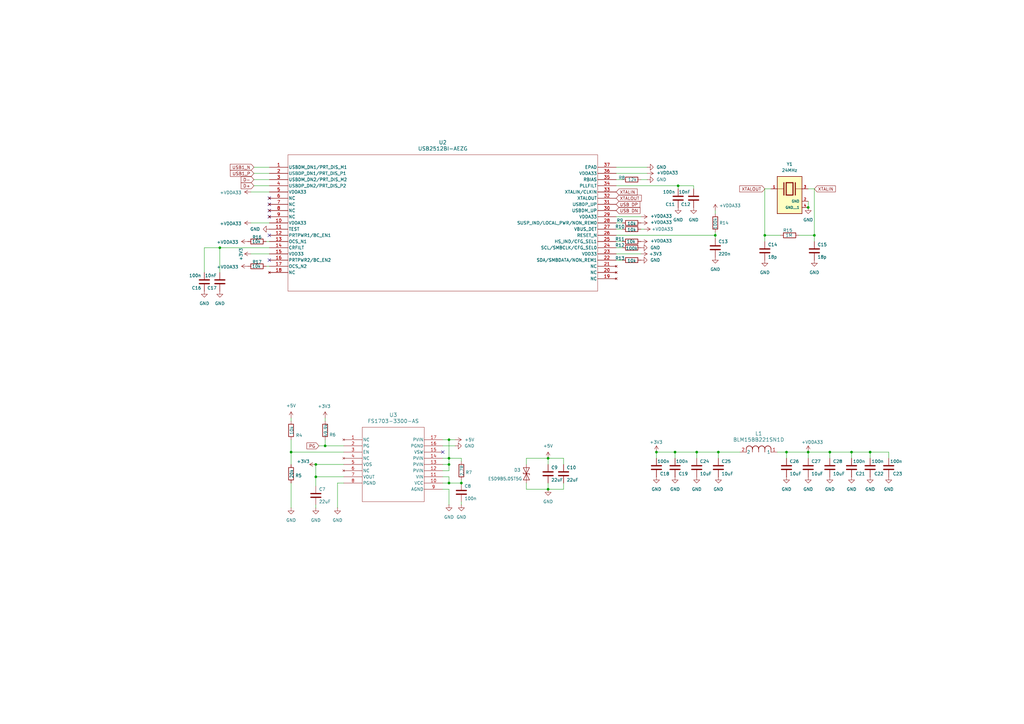
<source format=kicad_sch>
(kicad_sch (version 20231120) (generator "eeschema") (generator_version "8.0")
  (paper "A3")
  (title_block (title "USB_HUB") (date "2024-08-16") (rev "V1.1") (company "USB_HUB"))
  (lib_symbols
    (symbol "+3.3V_4" (power) (pin_names (offset 0))
      (property "Value" "+3.3V" (at 0 3.556 0))
      (symbol "+3.3V_4_0_1"
        (polyline (pts (xy -0.762 1.27) (xy 0 2.54)))
        (polyline (pts (xy 0 0) (xy 0 2.54)))
        (polyline (pts (xy 0 2.54) (xy 0.762 1.27)))
      )
      (symbol "+3.3V_4_1_1"
        (pin power_in line (at 0 0 90) (length 0) hide (name "+3.3V") (number "1"))
      )
    )
    (symbol "BLM15BB221SN1D:BLM15BB221SN1D" (pin_names (offset 0.254))
      (property "Reference" "L" (at 6.985 5.08 0))
      (property "Value" "BLM15BB221SN1D" (at 6.985 -2.54 0))
      (symbol "BLM15BB221SN1D_1_1"
        (polyline (pts (xy 2.54 0) (xy 2.54 1.27)) (stroke (width 0.2032)))
        (polyline (pts (xy 5.08 0) (xy 5.08 1.27)) (stroke (width 0.2032)))
        (polyline (pts (xy 7.62 0) (xy 7.62 1.27)) (stroke (width 0.2032)))
        (polyline (pts (xy 10.16 0) (xy 10.16 1.27)) (stroke (width 0.2032)))
        (polyline (pts (xy 12.7 0) (xy 12.7 1.27)) (stroke (width 0.2032)))
        (arc (start 5.08 1.27) (mid 3.81 2.5344) (end 2.54 1.27) (stroke (width 0.254)))
        (arc (start 7.62 1.27) (mid 6.35 2.5344) (end 5.08 1.27) (stroke (width 0.254)))
        (arc (start 10.16 1.27) (mid 8.89 2.5344) (end 7.62 1.27) (stroke (width 0.254)))
        (arc (start 12.7 1.27) (mid 11.43 2.5344) (end 10.16 1.27) (stroke (width 0.254)))
        (pin unspecified line (at 15.24 0 180) (length 2.54) (name "1") (number "1"))
        (pin unspecified line (at 0 0 0) (length 2.54) (name "2") (number "2"))
      )
      (symbol "BLM15BB221SN1D_1_2"
        (arc (start -1.27 5.08) (mid -2.5344 3.81) (end -1.27 2.54) (stroke (width 0.254)))
        (arc (start -1.27 7.62) (mid -2.5344 6.35) (end -1.27 5.08) (stroke (width 0.254)))
        (arc (start -1.27 10.16) (mid -2.5344 8.89) (end -1.27 7.62) (stroke (width 0.254)))
        (arc (start -1.27 12.7) (mid -2.5344 11.43) (end -1.27 10.16) (stroke (width 0.254)))
        (polyline (pts (xy 0 2.54) (xy -1.27 2.54)) (stroke (width 0.2032)))
        (polyline (pts (xy 0 5.08) (xy -1.27 5.08)) (stroke (width 0.2032)))
        (polyline (pts (xy 0 7.62) (xy -1.27 7.62)) (stroke (width 0.2032)))
        (polyline (pts (xy 0 10.16) (xy -1.27 10.16)) (stroke (width 0.2032)))
        (polyline (pts (xy 0 12.7) (xy -1.27 12.7)) (stroke (width 0.2032)))
        (pin unspecified line (at 0 15.24 270) (length 2.54) (name "1") (number "1"))
        (pin unspecified line (at 0 0 90) (length 2.54) (name "2") (number "2"))
      )
    )
    (symbol "Device:C" (pin_numbers hide) (pin_names (offset 0.254))
      (property "Reference" "C" (at 0.635 2.54 0))
      (property "Value" "C" (at 0.635 -2.54 0))
      (symbol "C_0_1"
        (polyline (pts (xy -2.032 -0.762) (xy 2.032 -0.762)) (stroke (width 0.508)))
        (polyline (pts (xy -2.032 0.762) (xy 2.032 0.762)) (stroke (width 0.508)))
      )
      (symbol "C_1_1"
        (pin passive line (at 0 3.81 270) (length 2.794) (name "~") (number "1"))
        (pin passive line (at 0 -3.81 90) (length 2.794) (name "~") (number "2"))
      )
    )
    (symbol "Device:R" (pin_numbers hide) (pin_names (offset 0))
      (property "Reference" "R" (at 2.032 0 90))
      (property "Value" "R" (at 0 0 90))
      (symbol "R_0_1"
        (rectangle (start -1.016 -2.54) (end 1.016 2.54) (stroke (width 0.254)))
      )
      (symbol "R_1_1"
        (pin passive line (at 0 3.81 270) (length 1.27) (name "~") (number "1"))
        (pin passive line (at 0 -3.81 90) (length 1.27) (name "~") (number "2"))
      )
    )
    (symbol "Diode:ESD9B5.0ST5G" (pin_numbers hide) (pin_names (offset 1.016) hide)
      (property "Reference" "D" (at 0 2.54 0))
      (property "Value" "ESD9B5.0ST5G" (at 0 -2.54 0))
      (symbol "ESD9B5.0ST5G_0_1"
        (polyline (pts (xy 1.27 0) (xy -1.27 0)))
        (polyline (pts (xy -2.54 -1.27) (xy 0 0) (xy -2.54 1.27) (xy -2.54 -1.27)) (stroke (width 0.2032)))
        (polyline (pts (xy 0.508 1.27) (xy 0 1.27) (xy 0 -1.27) (xy -0.508 -1.27)) (stroke (width 0.2032)))
        (polyline (pts (xy 2.54 1.27) (xy 2.54 -1.27) (xy 0 0) (xy 2.54 1.27)) (stroke (width 0.2032)))
      )
      (symbol "ESD9B5.0ST5G_1_1"
        (pin passive line (at -3.81 0 0) (length 2.54) (name "A1") (number "1"))
        (pin passive line (at 3.81 0 180) (length 2.54) (name "A2") (number "2"))
      )
    )
    (symbol "FS1703-3300-AS:FS1703-3300-AS" (pin_names (offset 0.254))
      (property "Reference" "U" (at 20.32 10.16 0))
      (property "Value" "FS1703-3300-AS" (at 20.32 7.62 0))
      (symbol "FS1703-3300-AS_0_1"
        (polyline (pts (xy 7.62 -25.4) (xy 33.02 -25.4)) (stroke (width 0.127)))
        (polyline (pts (xy 7.62 5.08) (xy 7.62 -25.4)) (stroke (width 0.127)))
        (polyline (pts (xy 33.02 -25.4) (xy 33.02 5.08)) (stroke (width 0.127)))
        (polyline (pts (xy 33.02 5.08) (xy 7.62 5.08)) (stroke (width 0.127)))
        (pin no_connect line (at 0 0 0) (length 7.62) (name "NC") (number "1"))
        (pin power_in line (at 40.64 -17.78 180) (length 7.62) (name "VCC") (number "10"))
        (pin power_in line (at 40.64 -15.24 180) (length 7.62) (name "VIN") (number "11"))
        (pin power_in line (at 40.64 -12.7 180) (length 7.62) (name "PVIN") (number "12"))
        (pin power_in line (at 40.64 -10.16 180) (length 7.62) (name "PVIN") (number "13"))
        (pin power_in line (at 40.64 -7.62 180) (length 7.62) (name "PVIN") (number "14"))
        (pin power_in line (at 40.64 -5.08 180) (length 7.62) (name "VSW") (number "15"))
        (pin power_out line (at 40.64 -2.54 180) (length 7.62) (name "PGND") (number "16"))
        (pin power_in line (at 40.64 0 180) (length 7.62) (name "PVIN") (number "17"))
        (pin output line (at 0 -2.54 0) (length 7.62) (name "PG") (number "2"))
        (pin input line (at 0 -5.08 0) (length 7.62) (name "EN") (number "3"))
        (pin no_connect line (at 0 -7.62 0) (length 7.62) (name "NC") (number "4"))
        (pin unspecified line (at 0 -10.16 0) (length 7.62) (name "VOS") (number "5"))
        (pin no_connect line (at 0 -12.7 0) (length 7.62) (name "NC") (number "6"))
        (pin output line (at 0 -15.24 0) (length 7.62) (name "VOUT") (number "7"))
        (pin power_out line (at 0 -17.78 0) (length 7.62) (name "PGND") (number "8"))
        (pin power_out line (at 40.64 -20.32 180) (length 7.62) (name "AGND") (number "9"))
      )
    )
    (symbol "L327S240P11L:TSX-3225_40.0000MF20X-K0" (pin_names (offset 1.016))
      (property "Reference" "Y" (at -5.0878 6.3559 0))
      (property "Value" "TSX-3225_40.0000MF20X-K0" (at -5.0944 -12.7 0))
      (symbol "TSX-3225_40.0000MF20X-K0_0_0"
        (rectangle (start -5.08 -10.16) (end 5.08 5.08) (stroke (width 0.254)) (fill (type background)))
        (polyline (pts (xy -5.08 0) (xy -2.54 0)) (stroke (width 0.1524)))
        (polyline (pts (xy -2.3368 2.54) (xy -2.3368 -2.54)) (stroke (width 0.4064)))
        (polyline (pts (xy -1.397 2.54) (xy -1.397 -2.54)) (stroke (width 0.4064)))
        (polyline (pts (xy -1.397 2.54) (xy 1.397 2.54)) (stroke (width 0.4064)))
        (polyline (pts (xy 1.397 -2.54) (xy -1.397 -2.54)) (stroke (width 0.4064)))
        (polyline (pts (xy 1.397 2.54) (xy 1.397 -2.54)) (stroke (width 0.4064)))
        (polyline (pts (xy 2.3368 2.54) (xy 2.3368 -2.54)) (stroke (width 0.4064)))
        (polyline (pts (xy 2.54 0) (xy 5.08 0)) (stroke (width 0.1524)))
        (pin passive line (at -7.62 0 0) (length 2.54) (name "~") (number "1"))
        (pin power_in line (at 7.62 -5.08 180) (length 2.54) (name "GND") (number "2"))
        (pin passive line (at 7.62 0 180) (length 2.54) (name "~") (number "3"))
        (pin power_in line (at 7.62 -7.62 180) (length 2.54) (name "GND__1") (number "4"))
      )
    )
    (symbol "USB2512BI_AEZG:USB2512BI-AEZG" (pin_names (offset 0.254))
      (property "Reference" "U" (at 71.12 10.16 0))
      (property "Value" "USB2512BI-AEZG" (at 71.12 7.62 0))
      (symbol "USB2512BI-AEZG_0_1"
        (polyline (pts (xy 7.62 -50.8) (xy 134.62 -50.8)) (stroke (width 0.127)))
        (polyline (pts (xy 7.62 5.08) (xy 7.62 -50.8)) (stroke (width 0.127)))
        (polyline (pts (xy 134.62 -50.8) (xy 134.62 5.08)) (stroke (width 0.127)))
        (polyline (pts (xy 134.62 5.08) (xy 7.62 5.08)) (stroke (width 0.127)))
        (pin bidirectional line (at 0 0 0) (length 7.62) (name "USBDM_DN1/PRT_DIS_M1") (number "1"))
        (pin power_in line (at 0 -22.86 0) (length 7.62) (name "VDDA33") (number "10"))
        (pin bidirectional line (at 0 -25.4 0) (length 7.62) (name "TEST") (number "11"))
        (pin bidirectional line (at 0 -27.94 0) (length 7.62) (name "PRTPWR1/BC_EN1") (number "12"))
        (pin bidirectional line (at 0 -30.48 0) (length 7.62) (name "OCS_N1") (number "13"))
        (pin bidirectional line (at 0 -33.02 0) (length 7.62) (name "CRFILT") (number "14"))
        (pin power_in line (at 0 -35.56 0) (length 7.62) (name "VDD33") (number "15"))
        (pin bidirectional line (at 0 -38.1 0) (length 7.62) (name "PRTPWR2/BC_EN2") (number "16"))
        (pin bidirectional line (at 0 -40.64 0) (length 7.62) (name "OCS_N2") (number "17"))
        (pin no_connect line (at 0 -43.18 0) (length 7.62) (name "NC") (number "18"))
        (pin no_connect line (at 142.24 -45.72 180) (length 7.62) (name "NC") (number "19"))
        (pin bidirectional line (at 0 -2.54 0) (length 7.62) (name "USBDP_DN1/PRT_DIS_P1") (number "2"))
        (pin no_connect line (at 142.24 -43.18 180) (length 7.62) (name "NC") (number "20"))
        (pin no_connect line (at 142.24 -40.64 180) (length 7.62) (name "NC") (number "21"))
        (pin bidirectional line (at 142.24 -38.1 180) (length 7.62) (name "SDA/SMBDATA/NON_REM1") (number "22"))
        (pin power_in line (at 142.24 -35.56 180) (length 7.62) (name "VDD33") (number "23"))
        (pin bidirectional line (at 142.24 -33.02 180) (length 7.62) (name "SCL/SMBCLK/CFG_SEL0") (number "24"))
        (pin bidirectional line (at 142.24 -30.48 180) (length 7.62) (name "HS_IND/CFG_SEL1") (number "25"))
        (pin bidirectional line (at 142.24 -27.94 180) (length 7.62) (name "RESET_N") (number "26"))
        (pin bidirectional line (at 142.24 -25.4 180) (length 7.62) (name "VBUS_DET") (number "27"))
        (pin bidirectional line (at 142.24 -22.86 180) (length 7.62) (name "SUSP_IND/LOCAL_PWR/NON_REM0") (number "28"))
        (pin power_in line (at 142.24 -20.32 180) (length 7.62) (name "VDDA33") (number "29"))
        (pin bidirectional line (at 0 -5.08 0) (length 7.62) (name "USBDM_DN2/PRT_DIS_M2") (number "3"))
        (pin bidirectional line (at 142.24 -17.78 180) (length 7.62) (name "USBDM_UP") (number "30"))
        (pin bidirectional line (at 142.24 -15.24 180) (length 7.62) (name "USBDP_UP") (number "31"))
        (pin output line (at 142.24 -12.7 180) (length 7.62) (name "XTALOUT") (number "32"))
        (pin input line (at 142.24 -10.16 180) (length 7.62) (name "XTALIN/CLKIN") (number "33"))
        (pin bidirectional line (at 142.24 -7.62 180) (length 7.62) (name "PLLFILT") (number "34"))
        (pin bidirectional line (at 142.24 -5.08 180) (length 7.62) (name "RBIAS") (number "35"))
        (pin power_in line (at 142.24 -2.54 180) (length 7.62) (name "VDDA33") (number "36"))
        (pin unspecified line (at 142.24 0 180) (length 7.62) (name "EPAD") (number "37"))
        (pin bidirectional line (at 0 -7.62 0) (length 7.62) (name "USBDP_DN2/PRT_DIS_P2") (number "4"))
        (pin power_in line (at 0 -10.16 0) (length 7.62) (name "VDDA33") (number "5"))
        (pin no_connect line (at 0 -12.7 0) (length 7.62) (name "NC") (number "6"))
        (pin no_connect line (at 0 -15.24 0) (length 7.62) (name "NC") (number "7"))
        (pin no_connect line (at 0 -17.78 0) (length 7.62) (name "NC") (number "8"))
        (pin no_connect line (at 0 -20.32 0) (length 7.62) (name "NC") (number "9"))
      )
    )
    (symbol "power:GND" (power) (pin_numbers hide) (pin_names (offset 0) hide)
      (property "Value" "GND" (at 0 -3.81 0))
      (symbol "GND_0_1"
        (polyline (pts (xy 0 0) (xy 0 -1.27) (xy 1.27 -1.27) (xy 0 -2.54) (xy -1.27 -1.27) (xy 0 -1.27)))
      )
      (symbol "GND_1_1"
        (pin power_in line (at 0 0 270) (length 0) (name "~") (number "1"))
      )
    )
  )
  (junction (at 313.69 96.52))
  (junction (at 293.37 96.52))
  (junction (at 285.75 185.42))
  (junction (at 331.47 85.09))
  (junction (at 184.15 187.96))
  (junction (at 90.17 101.6))
  (junction (at 129.54 190.5))
  (junction (at 322.58 185.42))
  (junction (at 119.38 185.42))
  (junction (at 133.35 182.88))
  (junction (at 356.87 185.42))
  (junction (at 331.47 185.42))
  (junction (at 189.23 198.12))
  (junction (at 184.15 198.12))
  (junction (at 184.15 190.5))
  (junction (at 224.79 187.96))
  (junction (at 184.15 180.34))
  (junction (at 334.01 96.52))
  (junction (at 129.54 195.58))
  (junction (at 278.13 76.2))
  (junction (at 340.36 185.42))
  (junction (at 224.79 200.66))
  (junction (at 294.64 185.42))
  (junction (at 276.86 185.42))
  (junction (at 349.25 185.42))
  (junction (at 269.24 185.42))
  (no_connect (at 181.61 185.42))
  (no_connect (at 110.49 96.52))
  (no_connect (at 110.49 88.9))
  (no_connect (at 110.49 86.36))
  (no_connect (at 110.49 81.28))
  (no_connect (at 110.49 106.68))
  (no_connect (at 110.49 83.82))
  (wire (pts (xy 184.15 187.96) (xy 184.15 180.34)))
  (wire (pts (xy 90.17 111.76) (xy 90.17 101.6)))
  (wire (pts (xy 104.14 71.12) (xy 110.49 71.12)))
  (wire (pts (xy 334.01 96.52) (xy 334.01 99.06)))
  (wire (pts (xy 189.23 205.74) (xy 189.23 207.01)))
  (wire (pts (xy 284.48 77.47) (xy 284.48 76.2)))
  (wire (pts (xy 104.14 68.58) (xy 110.49 68.58)))
  (wire (pts (xy 334.01 77.47) (xy 331.47 77.47)))
  (wire (pts (xy 327.66 96.52) (xy 334.01 96.52)))
  (wire (pts (xy 331.47 187.96) (xy 331.47 185.42)))
  (wire (pts (xy 129.54 199.39) (xy 129.54 195.58)))
  (wire (pts (xy 184.15 190.5) (xy 184.15 187.96)))
  (wire (pts (xy 181.61 193.04) (xy 184.15 193.04)))
  (wire (pts (xy 293.37 95.25) (xy 293.37 96.52)))
  (wire (pts (xy 119.38 185.42) (xy 119.38 190.5)))
  (wire (pts (xy 252.73 71.12) (xy 265.43 71.12)))
  (wire (pts (xy 119.38 198.12) (xy 119.38 208.28)))
  (wire (pts (xy 133.35 171.45) (xy 133.35 172.72)))
  (wire (pts (xy 129.54 195.58) (xy 140.97 195.58)))
  (wire (pts (xy 364.49 187.96) (xy 364.49 185.42)))
  (wire (pts (xy 181.61 182.88) (xy 186.69 182.88)))
  (wire (pts (xy 252.73 91.44) (xy 255.27 91.44)))
  (wire (pts (xy 189.23 196.85) (xy 189.23 198.12)))
  (wire (pts (xy 252.73 106.68) (xy 255.27 106.68)))
  (wire (pts (xy 184.15 198.12) (xy 181.61 198.12)))
  (wire (pts (xy 322.58 187.96) (xy 322.58 185.42)))
  (wire (pts (xy 104.14 73.66) (xy 110.49 73.66)))
  (wire (pts (xy 83.82 111.76) (xy 83.82 101.6)))
  (wire (pts (xy 184.15 200.66) (xy 184.15 207.01)))
  (wire (pts (xy 278.13 77.47) (xy 278.13 76.2)))
  (wire (pts (xy 215.9 187.96) (xy 224.79 187.96)))
  (wire (pts (xy 265.43 68.58) (xy 252.73 68.58)))
  (wire (pts (xy 285.75 185.42) (xy 294.64 185.42)))
  (wire (pts (xy 215.9 190.5) (xy 215.9 187.96)))
  (wire (pts (xy 181.61 187.96) (xy 184.15 187.96)))
  (wire (pts (xy 231.14 187.96) (xy 231.14 190.5)))
  (wire (pts (xy 318.77 185.42) (xy 322.58 185.42)))
  (wire (pts (xy 224.79 187.96) (xy 224.79 190.5)))
  (wire (pts (xy 224.79 198.12) (xy 224.79 200.66)))
  (wire (pts (xy 184.15 180.34) (xy 186.69 180.34)))
  (wire (pts (xy 231.14 200.66) (xy 231.14 198.12)))
  (wire (pts (xy 119.38 171.45) (xy 119.38 172.72)))
  (wire (pts (xy 276.86 185.42) (xy 276.86 187.96)))
  (wire (pts (xy 109.22 109.22) (xy 110.49 109.22)))
  (wire (pts (xy 349.25 185.42) (xy 356.87 185.42)))
  (wire (pts (xy 285.75 187.96) (xy 285.75 185.42)))
  (wire (pts (xy 340.36 187.96) (xy 340.36 185.42)))
  (wire (pts (xy 215.9 200.66) (xy 224.79 200.66)))
  (wire (pts (xy 252.73 101.6) (xy 255.27 101.6)))
  (wire (pts (xy 83.82 101.6) (xy 90.17 101.6)))
  (wire (pts (xy 102.87 91.44) (xy 110.49 91.44)))
  (wire (pts (xy 102.87 104.14) (xy 110.49 104.14)))
  (wire (pts (xy 294.64 187.96) (xy 294.64 185.42)))
  (wire (pts (xy 294.64 185.42) (xy 303.53 185.42)))
  (wire (pts (xy 189.23 198.12) (xy 184.15 198.12)))
  (wire (pts (xy 129.54 208.28) (xy 129.54 207.01)))
  (wire (pts (xy 181.61 200.66) (xy 184.15 200.66)))
  (wire (pts (xy 322.58 185.42) (xy 331.47 185.42)))
  (wire (pts (xy 356.87 185.42) (xy 356.87 187.96)))
  (wire (pts (xy 140.97 198.12) (xy 138.43 198.12)))
  (wire (pts (xy 181.61 195.58) (xy 184.15 195.58)))
  (wire (pts (xy 313.69 96.52) (xy 320.04 96.52)))
  (wire (pts (xy 293.37 86.36) (xy 293.37 87.63)))
  (wire (pts (xy 313.69 96.52) (xy 313.69 99.06)))
  (wire (pts (xy 278.13 76.2) (xy 252.73 76.2)))
  (wire (pts (xy 278.13 76.2) (xy 284.48 76.2)))
  (wire (pts (xy 90.17 101.6) (xy 110.49 101.6)))
  (wire (pts (xy 138.43 198.12) (xy 138.43 208.28)))
  (wire (pts (xy 252.73 96.52) (xy 293.37 96.52)))
  (wire (pts (xy 252.73 88.9) (xy 262.89 88.9)))
  (wire (pts (xy 102.87 78.74) (xy 110.49 78.74)))
  (wire (pts (xy 252.73 73.66) (xy 255.27 73.66)))
  (wire (pts (xy 133.35 182.88) (xy 140.97 182.88)))
  (wire (pts (xy 269.24 185.42) (xy 276.86 185.42)))
  (wire (pts (xy 224.79 187.96) (xy 231.14 187.96)))
  (wire (pts (xy 109.22 99.06) (xy 110.49 99.06)))
  (wire (pts (xy 340.36 185.42) (xy 349.25 185.42)))
  (wire (pts (xy 184.15 193.04) (xy 184.15 190.5)))
  (wire (pts (xy 189.23 189.23) (xy 189.23 187.96)))
  (wire (pts (xy 331.47 82.55) (xy 331.47 85.09)))
  (wire (pts (xy 224.79 200.66) (xy 231.14 200.66)))
  (wire (pts (xy 215.9 198.12) (xy 215.9 200.66)))
  (wire (pts (xy 252.73 99.06) (xy 255.27 99.06)))
  (wire (pts (xy 129.54 190.5) (xy 129.54 195.58)))
  (wire (pts (xy 313.69 77.47) (xy 313.69 96.52)))
  (wire (pts (xy 104.14 76.2) (xy 110.49 76.2)))
  (wire (pts (xy 181.61 180.34) (xy 184.15 180.34)))
  (wire (pts (xy 276.86 185.42) (xy 285.75 185.42)))
  (wire (pts (xy 133.35 180.34) (xy 133.35 182.88)))
  (wire (pts (xy 252.73 104.14) (xy 262.89 104.14)))
  (wire (pts (xy 189.23 187.96) (xy 184.15 187.96)))
  (wire (pts (xy 119.38 185.42) (xy 140.97 185.42)))
  (wire (pts (xy 349.25 185.42) (xy 349.25 187.96)))
  (wire (pts (xy 130.81 182.88) (xy 133.35 182.88)))
  (wire (pts (xy 181.61 190.5) (xy 184.15 190.5)))
  (wire (pts (xy 269.24 185.42) (xy 269.24 187.96)))
  (wire (pts (xy 356.87 185.42) (xy 364.49 185.42)))
  (wire (pts (xy 293.37 96.52) (xy 293.37 97.79)))
  (wire (pts (xy 331.47 185.42) (xy 340.36 185.42)))
  (wire (pts (xy 119.38 180.34) (xy 119.38 185.42)))
  (wire (pts (xy 334.01 77.47) (xy 334.01 96.52)))
  (wire (pts (xy 262.89 73.66) (xy 265.43 73.66)))
  (wire (pts (xy 262.89 93.98) (xy 264.16 93.98)))
  (wire (pts (xy 252.73 93.98) (xy 255.27 93.98)))
  (wire (pts (xy 140.97 190.5) (xy 129.54 190.5)))
  (wire (pts (xy 313.69 77.47) (xy 316.23 77.47)))
  (wire (pts (xy 184.15 195.58) (xy 184.15 198.12)))
  (global_label "XTALOUT" (shape input) (at 252.73 81.28 0) (property "Intersheetrefs" "${INTERSHEET_REFS}" (effects (hide yes))))
  (global_label "PG" (shape input) (at 130.81 182.88 180) (property "Intersheetrefs" "${INTERSHEET_REFS}" (effects (hide yes))))
  (global_label "D+" (shape input) (at 104.14 76.2 180) (property "Intersheetrefs" "${INTERSHEET_REFS}" (effects (hide yes))))
  (global_label "USB DN" (shape input) (at 252.73 86.36 0) (property "Intersheetrefs" "${INTERSHEET_REFS}" (effects (hide yes))))
  (global_label "XTALIN" (shape input) (at 334.01 77.47 0) (property "Intersheetrefs" "${INTERSHEET_REFS}" (effects (hide yes))))
  (global_label "USB1_P" (shape input) (at 104.14 71.12 180) (property "Intersheetrefs" "${INTERSHEET_REFS}" (effects (hide yes))))
  (global_label "USB DP" (shape input) (at 252.73 83.82 0) (property "Intersheetrefs" "${INTERSHEET_REFS}" (effects (hide yes))))
  (global_label "USB1_N" (shape input) (at 104.14 68.58 180) (property "Intersheetrefs" "${INTERSHEET_REFS}" (effects (hide yes))))
  (global_label "XTALIN" (shape input) (at 252.73 78.74 0) (property "Intersheetrefs" "${INTERSHEET_REFS}" (effects (hide yes))))
  (global_label "D-" (shape input) (at 104.14 73.66 180) (property "Intersheetrefs" "${INTERSHEET_REFS}" (effects (hide yes))))
  (global_label "XTALOUT" (shape input) (at 313.69 77.47 180) (property "Intersheetrefs" "${INTERSHEET_REFS}" (effects (hide yes))))
  (symbol (lib_id "Device:R") (at 323.85 96.52 270) (unit 1)
    (property "Reference" "R15" (at 323.088 94.488 90))
    (property "Value" "1M" (at 323.596 96.52 90))
    (property "Footprint" "Resistor_SMD:R_0201_0603Metric" (effects (hide yes)))
    (property "Description" "Resistor" (effects (hide yes)))
    (property "Part" "RC0201FR-071ML" (effects (hide yes)))
  )
  (symbol (lib_id "power:GND") (at 269.24 195.58 0) (unit 1)
    (property "Reference" "#PWR065" (effects (hide yes)))
    (property "Value" "GND" (at 269.24 200.66 0))
    (property "Description" "Power symbol creates a global label with name \"GND\" , ground" (effects (hide yes)))
  )
  (symbol (lib_id "Device:R") (at 133.35 176.53 0) (unit 1)
    (property "Reference" "R6" (at 136.398 178.308 0))
    (property "Value" "49.9k" (at 133.604 176.53 90))
    (property "Footprint" "Resistor_SMD:R_0201_0603Metric" (effects (hide yes)))
    (property "Description" "Resistor" (effects (hide yes)))
    (property "Part" "RC0201FR-0749K9L" (effects (hide yes)))
  )
  (symbol (lib_id "Device:C") (at 313.69 102.87 0) (unit 1)
    (property "Reference" "C14" (at 314.96 100.33 0) (effects (justify left)))
    (property "Value" "18p" (at 314.96 105.41 0) (effects (justify left)))
    (property "Footprint" "Capacitor_SMD:C_0201_0603Metric" (effects (hide yes)))
    (property "Description" "Capacitor" (effects (hide yes)))
    (property "Part" "GRM0335C1E180JA01J" (effects (hide yes)))
  )
  (symbol (lib_id "power:GND") (at 129.54 208.28 0) (unit 1)
    (property "Reference" "#PWR032" (effects (hide yes)))
    (property "Value" "GND" (at 129.54 213.36 0))
    (property "Description" "Power symbol creates a global label with name \"GND\" , ground" (effects (hide yes)))
  )
  (symbol (lib_id "Device:C") (at 285.75 191.77 0) (unit 1)
    (property "Reference" "C24" (at 287.02 189.23 0) (effects (justify left)))
    (property "Value" "10uF" (at 287.02 194.31 0) (effects (justify left)))
    (property "Footprint" "Capacitor_SMD:C_0402_1005Metric" (effects (hide yes)))
    (property "Description" "Capacitor" (effects (hide yes)))
    (property "Part" "CL05A106MP5NUNC" (effects (hide yes)))
  )
  (symbol (lib_id "power:GND") (at 294.64 195.58 0) (unit 1)
    (property "Reference" "#PWR074" (effects (hide yes)))
    (property "Value" "GND" (at 294.64 200.66 0))
    (property "Description" "Power symbol creates a global label with name \"GND\" , ground" (effects (hide yes)))
  )
  (symbol (lib_id "Device:R") (at 259.08 106.68 270) (unit 1)
    (property "Reference" "R13" (at 254.254 105.918 90))
    (property "Value" "10k" (at 259.08 106.934 90))
    (property "Footprint" "Resistor_SMD:R_0201_0603Metric" (effects (hide yes)))
    (property "Description" "Resistor" (effects (hide yes)))
    (property "Part" "RC0201JR-0710KL" (effects (hide yes)))
  )
  (symbol (lib_id "FS1703-3300-AS:FS1703-3300-AS") (at 140.97 180.34 0) (unit 1)
    (property "Reference" "U3" (at 161.29 170.18 0) (effects (font (size 1.524 1.524))))
    (property "Value" "FS1703-3300-AS" (at 161.29 172.72 0) (effects (font (size 1.524 1.524))))
    (property "Footprint" "FS1703-3300-AS:P11F1_TDK" (effects (hide yes)))
    (property "Datasheet" "FS1703-3300-AS" (effects (hide yes)))
  )
  (symbol (lib_id "power:GND") (at 356.87 195.58 0) (unit 1)
    (property "Reference" "#PWR069" (effects (hide yes)))
    (property "Value" "GND" (at 356.87 200.66 0))
    (property "Description" "Power symbol creates a global label with name \"GND\" , ground" (effects (hide yes)))
  )
  (symbol (lib_id "Device:C") (at 322.58 191.77 0) (unit 1)
    (property "Reference" "C26" (at 323.85 189.23 0) (effects (justify left)))
    (property "Value" "10uF" (at 323.85 194.31 0) (effects (justify left)))
    (property "Footprint" "Capacitor_SMD:C_0402_1005Metric" (effects (hide yes)))
    (property "Description" "Capacitor" (effects (hide yes)))
    (property "Part" "CL05A106MP5NUNC" (effects (hide yes)))
  )
  (symbol (lib_id "Device:C") (at 364.49 191.77 180) (unit 1)
    (property "Reference" "C23" (at 370.078 194.31 0) (effects (justify left)))
    (property "Value" "100n" (at 370.078 189.23 0) (effects (justify left)))
    (property "Footprint" "Capacitor_SMD:C_0201_0603Metric" (effects (hide yes)))
    (property "Description" "Capacitor" (effects (hide yes)))
    (property "Part" "C0201X5R104K160NT" (effects (hide yes)))
  )
  (symbol (lib_name "+3.3V_4") (lib_id "power:+3.3V") (at 119.38 171.45 0) (unit 1)
    (property "Reference" "#PWR030" (effects (hide yes)))
    (property "Value" "+5V" (at 119.38 166.37 0))
  )
  (symbol (lib_id "power:GND") (at 349.25 195.58 0) (unit 1)
    (property "Reference" "#PWR068" (effects (hide yes)))
    (property "Value" "GND" (at 349.25 200.66 0))
    (property "Description" "Power symbol creates a global label with name \"GND\" , ground" (effects (hide yes)))
  )
  (symbol (lib_id "power:GND") (at 224.79 200.66 0) (unit 1)
    (property "Reference" "#PWR042" (effects (hide yes)))
    (property "Value" "GND" (at 224.79 205.74 0))
    (property "Description" "Power symbol creates a global label with name \"GND\" , ground" (effects (hide yes)))
  )
  (symbol (lib_name "+3.3V_4") (lib_id "power:+3.3V") (at 224.79 187.96 0) (unit 1)
    (property "Reference" "#PWR041" (effects (hide yes)))
    (property "Value" "+5V" (at 224.79 182.88 0))
  )
  (symbol (lib_id "power:GND") (at 189.23 207.01 0) (unit 1)
    (property "Reference" "#PWR038" (effects (hide yes)))
    (property "Value" "GND" (at 189.23 212.09 0))
    (property "Description" "Power symbol creates a global label with name \"GND\" , ground" (effects (hide yes)))
  )
  (symbol (lib_id "Device:C") (at 231.14 194.31 0) (unit 1)
    (property "Reference" "C10" (at 232.41 191.77 0) (effects (justify left)))
    (property "Value" "22uF" (at 232.41 196.85 0) (effects (justify left)))
    (property "Footprint" "Capacitor_SMD:C_0402_1005Metric" (effects (hide yes)))
    (property "Description" "Capacitor" (effects (hide yes)))
    (property "Part" "GRM155R61A225KE95D" (effects (hide yes)))
  )
  (symbol (lib_id "power:GND") (at 262.89 101.6 90) (unit 1)
    (property "Reference" "#PWR046" (effects (hide yes)))
    (property "Value" "GND" (at 266.7 101.5999 90) (effects (justify right)))
    (property "Description" "Power symbol creates a global label with name \"GND\" , ground" (effects (hide yes)))
  )
  (symbol (lib_id "power:GND") (at 322.58 195.58 0) (unit 1)
    (property "Reference" "#PWR075" (effects (hide yes)))
    (property "Value" "GND" (at 322.58 200.66 0))
    (property "Description" "Power symbol creates a global label with name \"GND\" , ground" (effects (hide yes)))
  )
  (symbol (lib_id "Device:R") (at 259.08 93.98 270) (unit 1)
    (property "Reference" "R10" (at 254.254 92.964 90))
    (property "Value" "10k" (at 259.08 94.234 90))
    (property "Footprint" "Resistor_SMD:R_0201_0603Metric" (effects (hide yes)))
    (property "Description" "Resistor" (effects (hide yes)))
    (property "Part" "RC0201JR-0710KL" (effects (hide yes)))
  )
  (symbol (lib_id "Device:R") (at 259.08 101.6 270) (unit 1)
    (property "Reference" "R12" (at 254.254 100.584 90))
    (property "Value" "100k" (at 259.08 101.854 90))
    (property "Footprint" "Resistor_SMD:R_0201_0603Metric" (effects (hide yes)))
    (property "Description" "Resistor" (effects (hide yes)))
    (property "Part" "RTT011003FTH" (effects (hide yes)))
  )
  (symbol (lib_id "Device:C") (at 331.47 191.77 0) (unit 1)
    (property "Reference" "C27" (at 332.74 189.23 0) (effects (justify left)))
    (property "Value" "10uF" (at 332.74 194.31 0) (effects (justify left)))
    (property "Footprint" "Capacitor_SMD:C_0402_1005Metric" (effects (hide yes)))
    (property "Description" "Capacitor" (effects (hide yes)))
    (property "Part" "CL05A106MP5NUNC" (effects (hide yes)))
  )
  (symbol (lib_id "power:GND") (at 331.47 85.09 0) (unit 1)
    (property "Reference" "#PWR058" (effects (hide yes)))
    (property "Value" "GND" (at 331.47 90.17 0))
    (property "Description" "Power symbol creates a global label with name \"GND\" , ground" (effects (hide yes)))
  )
  (symbol (lib_id "Device:C") (at 349.25 191.77 180) (unit 1)
    (property "Reference" "C21" (at 354.838 194.31 0) (effects (justify left)))
    (property "Value" "100n" (at 354.838 189.23 0) (effects (justify left)))
    (property "Footprint" "Capacitor_SMD:C_0201_0603Metric" (effects (hide yes)))
    (property "Description" "Capacitor" (effects (hide yes)))
    (property "Part" "C0201X5R104K160NT" (effects (hide yes)))
  )
  (symbol (lib_id "Device:C") (at 269.24 191.77 180) (unit 1)
    (property "Reference" "C18" (at 274.574 194.31 0) (effects (justify left)))
    (property "Value" "100n" (at 274.574 189.23 0) (effects (justify left)))
    (property "Footprint" "Capacitor_SMD:C_0201_0603Metric" (effects (hide yes)))
    (property "Description" "Capacitor" (effects (hide yes)))
    (property "Part" "C0201X5R104K160NT" (effects (hide yes)))
  )
  (symbol (lib_id "Device:C") (at 276.86 191.77 180) (unit 1)
    (property "Reference" "C19" (at 282.194 194.31 0) (effects (justify left)))
    (property "Value" "100n" (at 282.194 189.23 0) (effects (justify left)))
    (property "Footprint" "Capacitor_SMD:C_0201_0603Metric" (effects (hide yes)))
    (property "Description" "Capacitor" (effects (hide yes)))
    (property "Part" "C0201X5R104K160NT" (effects (hide yes)))
  )
  (symbol (lib_id "power:GND") (at 340.36 195.58 0) (unit 1)
    (property "Reference" "#PWR077" (effects (hide yes)))
    (property "Value" "GND" (at 340.36 200.66 0))
    (property "Description" "Power symbol creates a global label with name \"GND\" , ground" (effects (hide yes)))
  )
  (symbol (lib_id "L327S240P11L:TSX-3225_40.0000MF20X-K0") (at 323.85 77.47 0) (unit 1)
    (property "Reference" "Y1" (at 323.85 67.31 0))
    (property "Value" "24MHz" (at 323.85 69.85 0))
    (property "Footprint" "L327S240P11L:XTAL_TSX-3225_40.0000MF20X-K0" (effects (hide yes)))
    (property "part num" "L327S240P11L" (effects (hide yes)))
    (property "STANDARD" "Manufacturer Recommendations" (effects (hide yes)))
    (property "MAXIMUM_PACKAGE_HEIGHT" "0.6 mm" (effects (hide yes)))
    (property "MANUFACTURER" "EPSON" (effects (hide yes)))
    (property "PARTREV" "N/A" (effects (hide yes)))
  )
  (symbol (lib_name "+3.3V_4") (lib_id "power:+3.3V") (at 101.6 109.22 90) (unit 1)
    (property "Reference" "#PWR062" (effects (hide yes)))
    (property "Value" "+VDDA33" (at 97.79 109.474 90) (effects (justify left)))
  )
  (symbol (lib_id "Device:C") (at 90.17 115.57 180) (unit 1)
    (property "Reference" "C17" (at 88.9 118.11 0) (effects (justify left)))
    (property "Value" "10nF" (at 88.9 113.03 0) (effects (justify left)))
    (property "Footprint" "Capacitor_SMD:C_0201_0603Metric" (effects (hide yes)))
    (property "Description" "16V 1uF X5R ±20% 0201  Multilayer Ceramic Capacitors MLCC - SMD/SMT ROHS" (effects (hide yes)))
    (property "Part" "GRM033R71A103KA01D" (effects (hide yes)))
  )
  (symbol (lib_id "Device:C") (at 356.87 191.77 180) (unit 1)
    (property "Reference" "C22" (at 362.458 194.31 0) (effects (justify left)))
    (property "Value" "100n" (at 362.458 189.23 0) (effects (justify left)))
    (property "Footprint" "Capacitor_SMD:C_0201_0603Metric" (effects (hide yes)))
    (property "Description" "Capacitor" (effects (hide yes)))
    (property "Part" "C0201X5R104K160NT" (effects (hide yes)))
  )
  (symbol (lib_name "+3.3V_4") (lib_id "power:+3.3V") (at 186.69 180.34 270) (unit 1)
    (property "Reference" "#PWR036" (effects (hide yes)))
    (property "Value" "+5V" (at 190.5 180.3399 90) (effects (justify left)))
  )
  (symbol (lib_id "Device:R") (at 293.37 91.44 0) (unit 1)
    (property "Reference" "R14" (at 296.926 91.44 0))
    (property "Value" "100k" (at 293.37 91.694 90))
    (property "Footprint" "Resistor_SMD:R_0201_0603Metric" (effects (hide yes)))
    (property "Description" "Resistor" (effects (hide yes)))
    (property "Part" "RTT011003FTH" (effects (hide yes)))
  )
  (symbol (lib_id "power:GND") (at 276.86 195.58 0) (unit 1)
    (property "Reference" "#PWR066" (effects (hide yes)))
    (property "Value" "GND" (at 276.86 200.66 0))
    (property "Description" "Power symbol creates a global label with name \"GND\" , ground" (effects (hide yes)))
  )
  (symbol (lib_name "+3.3V_4") (lib_id "power:+3.3V") (at 133.35 171.45 0) (unit 1)
    (property "Reference" "#PWR033" (effects (hide yes)))
    (property "Value" "+3V3" (at 130.302 166.624 0) (effects (justify left)))
  )
  (symbol (lib_id "USB2512BI_AEZG:USB2512BI-AEZG") (at 110.49 68.58 0) (unit 1)
    (property "Reference" "U2" (at 181.61 58.42 0) (effects (font (size 1.524 1.524))))
    (property "Value" "USB2512BI-AEZG" (at 181.61 60.96 0) (effects (font (size 1.524 1.524))))
    (property "Footprint" "QFN36_6X6MC_MCH" (effects (hide yes)))
    (property "Datasheet" "USB2512BI-AEZG" (effects (hide yes)))
  )
  (symbol (lib_name "+3.3V_4") (lib_id "power:+3.3V") (at 262.89 88.9 270) (unit 1)
    (property "Reference" "#PWR043" (effects (hide yes)))
    (property "Value" "+VDDA33" (at 266.7 88.646 90) (effects (justify left)))
  )
  (symbol (lib_id "Device:C") (at 340.36 191.77 0) (unit 1)
    (property "Reference" "C28" (at 341.63 189.23 0) (effects (justify left)))
    (property "Value" "10uF" (at 341.63 194.31 0) (effects (justify left)))
    (property "Footprint" "Capacitor_SMD:C_0402_1005Metric" (effects (hide yes)))
    (property "Description" "Capacitor" (effects (hide yes)))
    (property "Part" "CL05A106MP5NUNC" (effects (hide yes)))
  )
  (symbol (lib_name "+3.3V_4") (lib_id "power:+3.3V") (at 102.87 91.44 90) (unit 1)
    (property "Reference" "#PWR028" (effects (hide yes)))
    (property "Value" "+VDDA33" (at 99.06 91.694 90) (effects (justify left)))
  )
  (symbol (lib_id "power:GND") (at 285.75 195.58 0) (unit 1)
    (property "Reference" "#PWR073" (effects (hide yes)))
    (property "Value" "GND" (at 285.75 200.66 0))
    (property "Description" "Power symbol creates a global label with name \"GND\" , ground" (effects (hide yes)))
  )
  (symbol (lib_id "power:GND") (at 293.37 105.41 0) (unit 1)
    (property "Reference" "#PWR056" (effects (hide yes)))
    (property "Value" "GND" (at 293.37 110.49 0))
    (property "Description" "Power symbol creates a global label with name \"GND\" , ground" (effects (hide yes)))
  )
  (symbol (lib_id "power:GND") (at 83.82 119.38 0) (unit 1)
    (property "Reference" "#PWR063" (effects (hide yes)))
    (property "Value" "GND" (at 83.82 124.46 0))
    (property "Description" "Power symbol creates a global label with name \"GND\" , ground" (effects (hide yes)))
  )
  (symbol (lib_id "Device:C") (at 224.79 194.31 0) (unit 1)
    (property "Reference" "C9" (at 226.06 191.77 0) (effects (justify left)))
    (property "Value" "22uF" (at 226.06 196.85 0) (effects (justify left)))
    (property "Footprint" "Capacitor_SMD:C_0402_1005Metric" (effects (hide yes)))
    (property "Description" "Capacitor" (effects (hide yes)))
    (property "Part" "GRM155R61A225KE95D" (effects (hide yes)))
  )
  (symbol (lib_id "Device:R") (at 259.08 73.66 90) (unit 1)
    (property "Reference" "R8" (at 255.016 72.898 90))
    (property "Value" "12k" (at 259.334 73.66 90))
    (property "Footprint" "Resistor_SMD:R_0201_0603Metric" (effects (hide yes)))
    (property "Description" "Resistor" (effects (hide yes)))
    (property "Part" "0201WMF1202TEE" (effects (hide yes)))
  )
  (symbol (lib_id "Device:C") (at 294.64 191.77 0) (unit 1)
    (property "Reference" "C25" (at 295.91 189.23 0) (effects (justify left)))
    (property "Value" "10uF" (at 295.91 194.31 0) (effects (justify left)))
    (property "Footprint" "Capacitor_SMD:C_0402_1005Metric" (effects (hide yes)))
    (property "Description" "Capacitor" (effects (hide yes)))
    (property "Part" "CL05A106MP5NUNC" (effects (hide yes)))
  )
  (symbol (lib_id "Device:C") (at 293.37 101.6 0) (unit 1)
    (property "Reference" "C13" (at 294.64 99.06 0) (effects (justify left)))
    (property "Value" "220n" (at 294.64 104.14 0) (effects (justify left)))
    (property "Footprint" "Capacitor_SMD:C_0201_0603Metric" (effects (hide yes)))
    (property "Description" "Capacitor" (effects (hide yes)))
    (property "Part" "GRM033C80J224ME90D" (effects (hide yes)))
  )
  (symbol (lib_id "Device:C") (at 334.01 102.87 0) (unit 1)
    (property "Reference" "C15" (at 335.28 100.33 0) (effects (justify left)))
    (property "Value" "18p" (at 335.28 105.41 0) (effects (justify left)))
    (property "Footprint" "Capacitor_SMD:C_0201_0603Metric" (effects (hide yes)))
    (property "Description" "Capacitor" (effects (hide yes)))
    (property "Part" "GRM0335C1E180JA01J" (effects (hide yes)))
  )
  (symbol (lib_id "Device:C") (at 83.82 115.57 180) (unit 1)
    (property "Reference" "C16" (at 82.55 118.11 0) (effects (justify left)))
    (property "Value" "100n" (at 82.55 113.03 0) (effects (justify left)))
    (property "Footprint" "Capacitor_SMD:C_0201_0603Metric" (effects (hide yes)))
    (property "Description" "Capacitor" (effects (hide yes)))
    (property "Part" "CL10B104KB8NNWC" (effects (hide yes)))
  )
  (symbol (lib_name "+3.3V_4") (lib_id "power:+3.3V") (at 102.87 104.14 90) (unit 1)
    (property "Reference" "#PWR029" (effects (hide yes)))
    (property "Value" "+3V3" (at 98.806 106.934 0) (effects (justify left)))
  )
  (symbol (lib_id "Device:C") (at 278.13 81.28 180) (unit 1)
    (property "Reference" "C11" (at 276.86 83.82 0) (effects (justify left)))
    (property "Value" "100n" (at 276.86 78.74 0) (effects (justify left)))
    (property "Footprint" "Capacitor_SMD:C_0201_0603Metric" (effects (hide yes)))
    (property "Description" "Capacitor" (effects (hide yes)))
    (property "Part" "CL10B104KB8NNWC" (effects (hide yes)))
  )
  (symbol (lib_id "power:GND") (at 262.89 106.68 90) (unit 1)
    (property "Reference" "#PWR048" (effects (hide yes)))
    (property "Value" "GND" (at 266.7 106.6799 90) (effects (justify right)))
    (property "Description" "Power symbol creates a global label with name \"GND\" , ground" (effects (hide yes)))
  )
  (symbol (lib_id "power:GND") (at 184.15 207.01 0) (unit 1)
    (property "Reference" "#PWR035" (effects (hide yes)))
    (property "Value" "GND" (at 184.15 212.09 0))
    (property "Description" "Power symbol creates a global label with name \"GND\" , ground" (effects (hide yes)))
  )
  (symbol (lib_name "+3.3V_4") (lib_id "power:+3.3V") (at 262.89 99.06 270) (unit 1)
    (property "Reference" "#PWR045" (effects (hide yes)))
    (property "Value" "+VDDA33" (at 266.7 98.806 90) (effects (justify left)))
  )
  (symbol (lib_id "Device:C") (at 284.48 81.28 180) (unit 1)
    (property "Reference" "C12" (at 283.21 83.82 0) (effects (justify left)))
    (property "Value" "10nF" (at 283.21 78.74 0) (effects (justify left)))
    (property "Footprint" "Capacitor_SMD:C_0201_0603Metric" (effects (hide yes)))
    (property "Description" "16V 1uF X5R ±20% 0201  Multilayer Ceramic Capacitors MLCC - SMD/SMT ROHS" (effects (hide yes)))
    (property "Part" "GRM033R71A103KA01D" (effects (hide yes)))
  )
  (symbol (lib_id "Device:R") (at 119.38 194.31 0) (unit 1)
    (property "Reference" "R5" (at 122.428 195.072 0))
    (property "Value" "20k" (at 119.634 194.31 90))
    (property "Footprint" "Resistor_SMD:R_0201_0603Metric" (effects (hide yes)))
    (property "Description" "Resistor" (effects (hide yes)))
    (property "Part" "0201WMF2002TEE" (effects (hide yes)))
  )
  (symbol (lib_id "power:GND") (at 90.17 119.38 0) (unit 1)
    (property "Reference" "#PWR064" (effects (hide yes)))
    (property "Value" "GND" (at 90.17 124.46 0))
    (property "Description" "Power symbol creates a global label with name \"GND\" , ground" (effects (hide yes)))
  )
  (symbol (lib_name "+3.3V_4") (lib_id "power:+3.3V") (at 262.89 104.14 270) (unit 1)
    (property "Reference" "#PWR047" (effects (hide yes)))
    (property "Value" "+3V3" (at 266.192 104.14 90) (effects (justify left)))
  )
  (symbol (lib_name "+3.3V_4") (lib_id "power:+3.3V") (at 265.43 71.12 270) (unit 1)
    (property "Reference" "#PWR051" (effects (hide yes)))
    (property "Value" "+VDDA33" (at 269.24 70.866 90) (effects (justify left)))
  )
  (symbol (lib_id "power:GND") (at 278.13 85.09 0) (unit 1)
    (property "Reference" "#PWR053" (effects (hide yes)))
    (property "Value" "GND" (at 278.13 90.17 0))
    (property "Description" "Power symbol creates a global label with name \"GND\" , ground" (effects (hide yes)))
  )
  (symbol (lib_id "Device:C") (at 189.23 201.93 0) (unit 1)
    (property "Reference" "C8" (at 190.5 199.39 0) (effects (justify left)))
    (property "Value" "100n" (at 190.5 204.47 0) (effects (justify left)))
    (property "Footprint" "Capacitor_SMD:C_0201_0603Metric" (effects (hide yes)))
    (property "Description" "Capacitor" (effects (hide yes)))
    (property "Part" "CL10B104KB8NNWC" (effects (hide yes)))
  )
  (symbol (lib_id "power:GND") (at 284.48 85.09 0) (unit 1)
    (property "Reference" "#PWR054" (effects (hide yes)))
    (property "Value" "GND" (at 284.48 90.17 0))
    (property "Description" "Power symbol creates a global label with name \"GND\" , ground" (effects (hide yes)))
  )
  (symbol (lib_name "+3.3V_4") (lib_id "power:+3.3V") (at 264.16 93.98 270) (unit 1)
    (property "Reference" "#PWR049" (effects (hide yes)))
    (property "Value" "+VDDA33" (at 267.208 93.98 90) (effects (justify left)))
  )
  (symbol (lib_id "power:GND") (at 110.49 93.98 270) (unit 1)
    (property "Reference" "#PWR060" (effects (hide yes)))
    (property "Value" "GND" (at 106.68 93.9799 90) (effects (justify right)))
    (property "Description" "Power symbol creates a global label with name \"GND\" , ground" (effects (hide yes)))
  )
  (symbol (lib_id "power:GND") (at 186.69 182.88 90) (unit 1)
    (property "Reference" "#PWR037" (effects (hide yes)))
    (property "Value" "GND" (at 190.5 182.8799 90) (effects (justify right)))
    (property "Description" "Power symbol creates a global label with name \"GND\" , ground" (effects (hide yes)))
  )
  (symbol (lib_name "+3.3V_4") (lib_id "power:+3.3V") (at 293.37 86.36 0) (unit 1)
    (property "Reference" "#PWR055" (effects (hide yes)))
    (property "Value" "+VDDA33" (at 294.894 84.328 0) (effects (justify left)))
  )
  (symbol (lib_name "+3.3V_4") (lib_id "power:+3.3V") (at 331.47 185.42 0) (unit 1)
    (property "Reference" "#PWR072" (effects (hide yes)))
    (property "Value" "+VDDA33" (at 328.676 181.356 0) (effects (justify left)))
  )
  (symbol (lib_id "Diode:ESD9B5.0ST5G") (at 215.9 194.31 90) (unit 1)
    (property "Reference" "D3" (at 210.82 192.786 90) (effects (justify right)))
    (property "Value" "ESD9B5.0ST5G" (at 200.152 196.342 90) (effects (justify right)))
    (property "Footprint" "Diode_SMD:D_SOD-923" (effects (hide yes)))
    (property "Datasheet" "https://www.onsemi.com/pub/Collateral/ESD9B-D.PDF" (effects (hide yes)))
    (property "Description" "ESD protection diode, 5.0Vrwm, SOD-923" (effects (hide yes)))
  )
  (symbol (lib_id "Device:R") (at 189.23 193.04 0) (unit 1)
    (property "Reference" "R7" (at 192.278 193.802 0))
    (property "Value" "2.7R" (at 189.484 193.04 90))
    (property "Footprint" "Resistor_SMD:R_0201_0603Metric" (effects (hide yes)))
    (property "Description" "Resistor" (effects (hide yes)))
    (property "Part" "RTT012R70FTH" (effects (hide yes)))
  )
  (symbol (lib_id "power:GND") (at 119.38 208.28 0) (unit 1)
    (property "Reference" "#PWR031" (effects (hide yes)))
    (property "Value" "GND" (at 119.38 213.36 0))
    (property "Description" "Power symbol creates a global label with name \"GND\" , ground" (effects (hide yes)))
  )
  (symbol (lib_id "BLM15BB221SN1D:BLM15BB221SN1D") (at 303.53 185.42 0) (unit 1)
    (property "Reference" "L1" (at 311.15 177.8 0) (effects (font (size 1.524 1.524))))
    (property "Value" "BLM15BB221SN1D" (at 311.15 180.34 0) (effects (font (size 1.524 1.524))))
    (property "Footprint" "BLM15BB221SN1D:IND_BLM15_0402_MUR" (effects (hide yes)))
    (property "Datasheet" "BLM15BB221SN1D" (effects (hide yes)))
  )
  (symbol (lib_id "Device:R") (at 259.08 99.06 270) (unit 1)
    (property "Reference" "R11" (at 254.254 98.044 90))
    (property "Value" "10k" (at 258.826 99.06 90))
    (property "Footprint" "Resistor_SMD:R_0201_0603Metric" (effects (hide yes)))
    (property "Description" "Resistor" (effects (hide yes)))
    (property "Part" "RC0201JR-0710KL" (effects (hide yes)))
  )
  (symbol (lib_id "power:GND") (at 138.43 208.28 0) (unit 1)
    (property "Reference" "#PWR034" (effects (hide yes)))
    (property "Value" "GND" (at 138.43 213.36 0))
    (property "Description" "Power symbol creates a global label with name \"GND\" , ground" (effects (hide yes)))
  )
  (symbol (lib_id "power:GND") (at 331.47 195.58 0) (unit 1)
    (property "Reference" "#PWR076" (effects (hide yes)))
    (property "Value" "GND" (at 331.47 200.66 0))
    (property "Description" "Power symbol creates a global label with name \"GND\" , ground" (effects (hide yes)))
  )
  (symbol (lib_id "Device:R") (at 259.08 91.44 270) (unit 1)
    (property "Reference" "R9" (at 254.254 90.424 90))
    (property "Value" "10k" (at 259.08 91.694 90))
    (property "Footprint" "Resistor_SMD:R_0201_0603Metric" (effects (hide yes)))
    (property "Description" "Resistor" (effects (hide yes)))
    (property "Part" "RC0201JR-0710KL" (effects (hide yes)))
  )
  (symbol (lib_id "Device:R") (at 119.38 176.53 0) (unit 1)
    (property "Reference" "R4" (at 122.682 178.562 0))
    (property "Value" "10k" (at 119.634 176.53 90))
    (property "Footprint" "Resistor_SMD:R_0201_0603Metric" (effects (hide yes)))
    (property "Description" "Resistor" (effects (hide yes)))
    (property "Part" "RC0201JR-0710KL" (effects (hide yes)))
  )
  (symbol (lib_id "power:GND") (at 334.01 106.68 0) (unit 1)
    (property "Reference" "#PWR059" (effects (hide yes)))
    (property "Value" "GND" (at 334.01 111.76 0))
    (property "Description" "Power symbol creates a global label with name \"GND\" , ground" (effects (hide yes)))
  )
  (symbol (lib_id "power:GND") (at 265.43 73.66 90) (unit 1)
    (property "Reference" "#PWR052" (effects (hide yes)))
    (property "Value" "GND" (at 269.24 73.6599 90) (effects (justify right)))
    (property "Description" "Power symbol creates a global label with name \"GND\" , ground" (effects (hide yes)))
  )
  (symbol (lib_name "+3.3V_4") (lib_id "power:+3.3V") (at 269.24 185.42 0) (unit 1)
    (property "Reference" "#PWR071" (effects (hide yes)))
    (property "Value" "+3V3" (at 266.446 181.356 0) (effects (justify left)))
  )
  (symbol (lib_name "+3.3V_4") (lib_id "power:+3.3V") (at 101.6 99.06 90) (unit 1)
    (property "Reference" "#PWR061" (effects (hide yes)))
    (property "Value" "+VDDA33" (at 97.79 99.314 90) (effects (justify left)))
  )
  (symbol (lib_id "Device:R") (at 105.41 99.06 270) (unit 1)
    (property "Reference" "R16" (at 105.41 97.282 90))
    (property "Value" "10k" (at 105.156 99.06 90))
    (property "Footprint" "Resistor_SMD:R_0201_0603Metric" (effects (hide yes)))
    (property "Description" "Resistor" (effects (hide yes)))
    (property "Part" "RC0201JR-0710KL" (effects (hide yes)))
  )
  (symbol (lib_name "+3.3V_4") (lib_id "power:+3.3V") (at 129.54 190.5 90) (unit 1)
    (property "Reference" "#PWR067" (effects (hide yes)))
    (property "Value" "+3V3" (at 127 189.23 90) (effects (justify left)))
  )
  (symbol (lib_id "power:GND") (at 364.49 195.58 0) (unit 1)
    (property "Reference" "#PWR070" (effects (hide yes)))
    (property "Value" "GND" (at 364.49 200.66 0))
    (property "Description" "Power symbol creates a global label with name \"GND\" , ground" (effects (hide yes)))
  )
  (symbol (lib_name "+3.3V_4") (lib_id "power:+3.3V") (at 102.87 78.74 90) (unit 1)
    (property "Reference" "#PWR026" (effects (hide yes)))
    (property "Value" "+VDDA33" (at 99.06 78.994 90) (effects (justify left)))
  )
  (symbol (lib_id "Device:C") (at 129.54 203.2 0) (unit 1)
    (property "Reference" "C7" (at 130.81 200.66 0) (effects (justify left)))
    (property "Value" "22uF" (at 130.81 205.74 0) (effects (justify left)))
    (property "Footprint" "Capacitor_SMD:C_0402_1005Metric" (effects (hide yes)))
    (property "Description" "Capacitor" (effects (hide yes)))
    (property "Part" "GRM155R61A225KE95D" (effects (hide yes)))
  )
  (symbol (lib_id "Device:R") (at 105.41 109.22 270) (unit 1)
    (property "Reference" "R17" (at 105.41 107.442 90))
    (property "Value" "10k" (at 105.156 109.22 90))
    (property "Footprint" "Resistor_SMD:R_0201_0603Metric" (effects (hide yes)))
    (property "Description" "Resistor" (effects (hide yes)))
    (property "Part" "RC0201JR-0710KL" (effects (hide yes)))
  )
  (symbol (lib_name "+3.3V_4") (lib_id "power:+3.3V") (at 262.89 91.44 270) (unit 1)
    (property "Reference" "#PWR044" (effects (hide yes)))
    (property "Value" "+VDDA33" (at 266.7 91.186 90) (effects (justify left)))
  )
  (symbol (lib_id "power:GND") (at 265.43 68.58 90) (unit 1)
    (property "Reference" "#PWR050" (effects (hide yes)))
    (property "Value" "GND" (at 269.24 68.5799 90) (effects (justify right)))
    (property "Description" "Power symbol creates a global label with name \"GND\" , ground" (effects (hide yes)))
  )
  (symbol (lib_id "power:GND") (at 313.69 106.68 0) (unit 1)
    (property "Reference" "#PWR057" (effects (hide yes)))
    (property "Value" "GND" (at 313.69 111.76 0))
    (property "Description" "Power symbol creates a global label with name \"GND\" , ground" (effects (hide yes)))
  )
)
</source>
